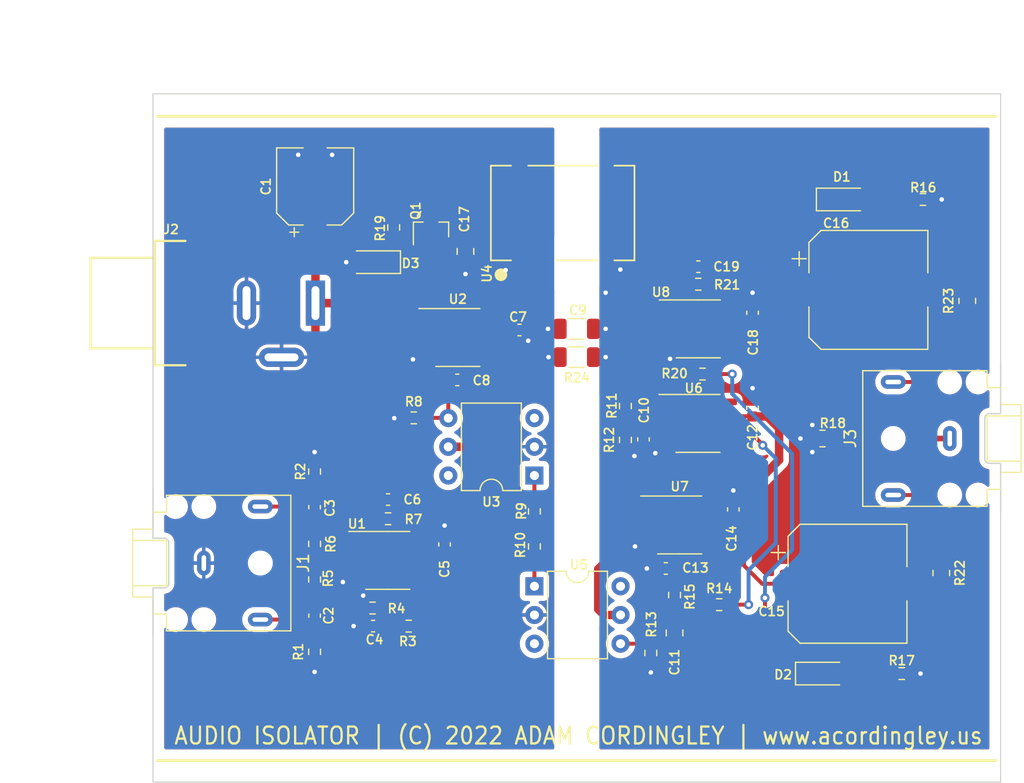
<source format=kicad_pcb>
(kicad_pcb (version 20211014) (generator pcbnew)
  (layers (0 "F.Cu" signal) (31 "B.Cu" signal) (34 "B.Paste" user) (35 "F.Paste" user) (36 "B.SilkS" user "B.Silkscreen") (37 "F.SilkS" user "F.Silkscreen") (38 "B.Mask" user) (39 "F.Mask" user) (44 "Edge.Cuts" user))
  (net 0 "")
  (net 1 "+12V")
  (net 2 "GND")
  (net 3 "Net-(C2-Pad1)")
  (net 4 "Net-(C2-Pad2)")
  (net 5 "Net-(C3-Pad1)")
  (net 6 "Net-(C3-Pad2)")
  (net 7 "Net-(C4-Pad2)")
  (net 8 "Net-(C6-Pad1)")
  (net 9 "Net-(C6-Pad2)")
  (net 10 "Net-(C8-Pad1)")
  (net 11 "Net-(C8-Pad2)")
  (net 12 "GNDA")
  (net 13 "Net-(C10-Pad2)")
  (net 14 "Net-(C11-Pad1)")
  (net 15 "Net-(C11-Pad2)")
  (net 16 "+12VA")
  (net 17 "Net-(C13-Pad2)")
  (net 18 "Net-(C15-Pad1)")
  (net 19 "Net-(C15-Pad2)")
  (net 20 "Net-(C16-Pad1)")
  (net 21 "Net-(C16-Pad2)")
  (net 22 "Net-(J3-PadS)")
  (net 23 "Net-(R9-Pad2)")
  (net 24 "Net-(R10-Pad2)")
  (net 42 "Net-(D3-Pad1)")
  (net 43 "Net-(C19-Pad2)")
  (net 44 "Net-(J3-PadR)")
  (net 45 "Net-(J3-PadT)")
  (net 46 "Net-(R14-Pad2)")
  (net 50 "Net-(C17-Pad2)")
  (footprint "Diode_SMD:D_SOD-123" (layer "F.Cu") (at 119.65 64.9 180)
    (fp_text reference "D3")
    (fp_text value "12V")
  )
  (footprint "Capacitor_SMD:C_0603_1608Metric" (layer "F.Cu") (at 153.05 69.375 90)
    (fp_text reference "C18")
    (fp_text value "0.1uF")
  )
  (footprint "Capacitor_SMD:C_1206_3216Metric" (layer "F.Cu") (at 137.5 70.8)
    (fp_text reference "C9")
    (fp_text value "270pF")
  )
  (footprint "Resistor_SMD:R_0603_1608Metric" (layer "F.Cu") (at 168.125 59.35 180)
    (fp_text reference "R16")
    (fp_text value "1k")
  )
  (footprint "Package_SO:SOIC-8_3.9x4.9mm_P1.27mm" (layer "F.Cu") (at 146.6 88.15)
    (fp_text reference "U7")
    (fp_text value "OPA140")
  )
  (footprint "Resistor_SMD:R_0603_1608Metric" (layer "F.Cu") (at 123.075 78.675)
    (fp_text reference "R8")
    (fp_text value "10k")
  )
  (footprint "Resistor_SMD:R_0603_1608Metric" (layer "F.Cu") (at 114.3 99.375 90)
    (fp_text reference "R1")
    (fp_text value "1M")
  )
  (footprint "Resistor_SMD:R_0603_1608Metric" (layer "F.Cu") (at 120.8 87.6)
    (fp_text reference "R7")
    (fp_text value "47k")
  )
  (footprint "Repowered_Connectors:Jack_3.5mm_CUI_SJ1-3523N_Horizontal" (layer "F.Cu") (at 104.5 91.521666 -90)
    (fp_text reference "J1")
    (fp_text value "SJ1-3523N")
    (fp_line (start -2.2 4.5) (end -6.5 4.5) (layer "Edge.Cuts") (width 0.12))
    (fp_line (start 2.2 3.5) (end 2.2 4.5) (layer "Edge.Cuts") (width 0.12))
    (fp_line (start 1.8 3.1) (end -1.8 3.1) (layer "Edge.Cuts") (width 0.12))
    (fp_line (start -2.2 3.5) (end -2.2 4.5) (layer "Edge.Cuts") (width 0.12))
    (fp_line (start 2.2 4.5) (end 6.5 4.5) (layer "Edge.Cuts") (width 0.12))
    (fp_arc (start 1.8 3.1) (mid 2.082843 3.217157) (end 2.2 3.5) (layer "Edge.Cuts") (width 0.12))
    (fp_arc (start -2.2 3.5) (mid -2.082842 3.217158) (end -1.8 3.1) (layer "Edge.Cuts") (width 0.12))
  )
  (footprint "Repowered_Connectors:Jack_3.5mm_CUI_SJ1-3523N_Horizontal" (layer "F.Cu") (at 170.5 80.5 90)
    (fp_text reference "J3")
    (fp_text value "SJ1-3523N")
    (fp_line (start 2.2 4.5) (end 6.5 4.5) (layer "Edge.Cuts") (width 0.12))
    (fp_line (start -2.2 3.5) (end -2.2 4.5) (layer "Edge.Cuts") (width 0.12))
    (fp_line (start 1.8 3.1) (end -1.8 3.1) (layer "Edge.Cuts") (width 0.12))
    (fp_line (start -2.2 4.5) (end -6.5 4.5) (layer "Edge.Cuts") (width 0.12))
    (fp_line (start 2.2 3.5) (end 2.2 4.5) (layer "Edge.Cuts") (width 0.12))
    (fp_arc (start 1.8 3.1) (mid 2.082843 3.217157) (end 2.2 3.5) (layer "Edge.Cuts") (width 0.12))
    (fp_arc (start -2.2 3.5) (mid -2.082842 3.217158) (end -1.8 3.1) (layer "Edge.Cuts") (width 0.12))
  )
  (footprint "Resistor_SMD:R_0603_1608Metric" (layer "F.Cu") (at 141.8 77.625 90)
    (fp_text reference "R11")
    (fp_text value "10k")
  )
  (footprint "Capacitor_SMD:C_0603_1608Metric" (layer "F.Cu") (at 125.8 89.875 90)
    (fp_text reference "C5")
    (fp_text value "0.1uF")
  )
  (footprint "Resistor_SMD:R_0603_1608Metric" (layer "F.Cu") (at 148.25 66.85 180)
    (fp_text reference "R21")
    (fp_text value "100k")
  )
  (footprint "Capacitor_SMD:C_0603_1608Metric" (layer "F.Cu") (at 114.3 96.175 90)
    (fp_text reference "C2")
    (fp_text value "0.1uF")
  )
  (footprint "Resistor_SMD:R_0603_1608Metric" (layer "F.Cu") (at 141.8 80.625 90)
    (fp_text reference "R12")
    (fp_text value "10k")
  )
  (footprint "Package_SO:SOIC-8_3.9x4.9mm_P1.27mm" (layer "F.Cu") (at 126.975 71.565)
    (fp_text reference "U2")
    (fp_text value "OPA140")
  )
  (footprint "Capacitor_SMD:C_0603_1608Metric" (layer "F.Cu") (at 126.925 75.315)
    (fp_text reference "C8")
    (fp_text value "1000pF")
  )
  (footprint "Diode_SMD:D_SOD-123" (layer "F.Cu") (at 160.95 59.35)
    (fp_text reference "D1")
    (fp_text value "1N4148W")
  )
  (footprint "Resistor_SMD:R_1206_3216Metric" (layer "F.Cu") (at 137.5 73.3 180)
    (fp_text reference "R24")
    (fp_text value "1M")
  )
  (footprint "Repowered_TO-SOT-SMD:SOT-23" (layer "F.Cu") (at 124.6 62 90)
    (fp_text reference "Q1")
    (fp_text value "MMBT3904")
  )
  (footprint "Resistor_SMD:R_0805_2012Metric" (layer "F.Cu") (at 172.05 68.325 90)
    (fp_text reference "R23")
    (fp_text value "60.4")
  )
  (footprint "Diode_SMD:D_SOD-123" (layer "F.Cu") (at 159.1 101.3)
    (fp_text reference "D2")
    (fp_text value "1N4148W")
  )
  (footprint "Resistor_SMD:R_0603_1608Metric" (layer "F.Cu") (at 144.05 99.475 90)
    (fp_text reference "R13")
    (fp_text value "10k")
  )
  (footprint "Resistor_SMD:R_0603_1608Metric" (layer "F.Cu") (at 114.3 92.975 90)
    (fp_text reference "R5")
    (fp_text value "100k")
  )
  (footprint "Resistor_SMD:R_0603_1608Metric" (layer "F.Cu") (at 133.75 86.95 90)
    (fp_text reference "R9")
    (fp_text value "1k")
  )
  (footprint "Resistor_SMD:R_0805_2012Metric" (layer "F.Cu") (at 169.75 92.4 -90)
    (fp_text reference "R22")
    (fp_text value "60.4")
  )
  (footprint "Resistor_SMD:R_0603_1608Metric" (layer "F.Cu") (at 150.1 95.2)
    (fp_text reference "R14")
    (fp_text value "22k")
  )
  (footprint "Capacitor_SMD:CP_Elec_10x10" (layer "F.Cu") (at 163.3 67.35)
    (fp_text reference "C16")
    (fp_text value "220uF")
  )
  (footprint "Resistor_SMD:R_0603_1608Metric" (layer "F.Cu") (at 114.3 89.825 -90)
    (fp_text reference "R6")
    (fp_text value "100k")
  )
  (footprint "Capacitor_SMD:C_0603_1608Metric" (layer "F.Cu") (at 145.375 92)
    (fp_text reference "C13")
    (fp_text value "82pF")
  )
  (footprint "Capacitor_SMD:C_0603_1608Metric" (layer "F.Cu") (at 148.25 65.3 180)
    (fp_text reference "C19")
    (fp_text value "82pF")
  )
  (footprint "Resistor_SMD:R_0603_1608Metric" (layer "F.Cu") (at 114.3 83.425 -90)
    (fp_text reference "R2")
    (fp_text value "1M")
  )
  (footprint "Capacitor_SMD:C_0603_1608Metric" (layer "F.Cu") (at 120.8 85.9)
    (fp_text reference "C6")
    (fp_text value "180pF")
  )
  (footprint "Capacitor_SMD:C_0603_1608Metric" (layer "F.Cu") (at 132.425 70.9)
    (fp_text reference "C7")
    (fp_text value "0.1uF")
  )
  (footprint "Capacitor_SMD:C_0805_2012Metric" (layer "F.Cu") (at 146.15 97.7 90)
    (fp_text reference "C11")
    (fp_text value "1uF")
  )
  (footprint "Resistor_SMD:R_0603_1608Metric" (layer "F.Cu") (at 122.625 97.1 180)
    (fp_text reference "R3")
    (fp_text value "10k")
  )
  (footprint "Resistor_SMD:R_0603_1608Metric" (layer "F.Cu") (at 148.625 74.8)
    (fp_text reference "R20")
    (fp_text value "100k")
  )
  (footprint "Capacitor_SMD:CP_Elec_6.3x9.9" (layer "F.Cu") (at 114.35 58.2 90)
    (fp_text reference "C1")
    (fp_text value "100uF")
  )
  (footprint "Resistor_SMD:R_0603_1608Metric" (layer "F.Cu") (at 146.15 94.35 -90)
    (fp_text reference "R15")
    (fp_text value "100k")
  )
  (footprint "Repowered_DC-DC_Modules:XP_Power_ISE" (layer "F.Cu") (at 136.25 60.55 90)
    (fp_text reference "U4")
    (fp_text value "IES0112S12")
  )
  (footprint "Resistor_SMD:R_0603_1608Metric" (layer "F.Cu") (at 133.75 90.05 -90)
    (fp_text reference "R10")
    (fp_text value "1k")
  )
  (footprint "Capacitor_SMD:C_0603_1608Metric" (layer "F.Cu") (at 151.35 86.775 90)
    (fp_text reference "C14")
    (fp_text value "0.1uF")
  )
  (footprint "Repowered_Connectors:BarrelJack_CUI_PJ-066A" (layer "F.Cu") (at 100.175 68.518333 90)
    (fp_text reference "J2")
    (fp_text value "Barrel_Jack_Switch")
  )
  (footprint "Capacitor_SMD:C_0805_2012Metric" (layer "F.Cu") (at 127.65 63.95 90)
    (fp_text reference "C17")
    (fp_text value "1uF")
  )
  (footprint "Capacitor_SMD:C_0603_1608Metric" (layer "F.Cu") (at 153.05 77.775 90)
    (fp_text reference "C12")
    (fp_text value "0.1uF")
  )
  (footprint "Resistor_SMD:R_0603_1608Metric" (layer "F.Cu") (at 166.25 101.3)
    (fp_text reference "R17")
    (fp_text value "1k")
  )
  (footprint "Package_SO:SOIC-8_3.9x4.9mm_P1.27mm" (layer "F.Cu") (at 120.775 91.285)
    (fp_text reference "U1")
    (fp_text value "OPA140")
  )
  (footprint "Capacitor_SMD:CP_Elec_10x10" (layer "F.Cu") (at 161.45 93.35)
    (fp_text reference "C15")
    (fp_text value "220uF")
  )
  (footprint "Package_SO:SOIC-8_3.9x4.9mm_P1.27mm" (layer "F.Cu") (at 148.25 70.8)
    (fp_text reference "U8")
    (fp_text value "OPA140")
  )
  (footprint "Resistor_SMD:R_0603_1608Metric" (layer "F.Cu") (at 119.425 95.5 180)
    (fp_text reference "R4")
    (fp_text value "10k")
  )
  (footprint "Resistor_SMD:R_0603_1608Metric" (layer "F.Cu") (at 121.3 61.825 -90)
    (fp_text reference "R19")
    (fp_text value "10k")
  )
  (footprint "Package_SO:SOIC-8_3.9x4.9mm_P1.27mm" (layer "F.Cu") (at 148.225 79.165)
    (fp_text reference "U6")
    (fp_text value "OPA140")
  )
  (footprint "Capacitor_SMD:C_0603_1608Metric" (layer "F.Cu") (at 143.4 80.575 90)
    (fp_text reference "C10")
    (fp_text value "0.1uF")
  )
  (footprint "Resistor_SMD:R_0805_2012Metric" (layer "F.Cu") (at 159.2375 80.5)
    (fp_text reference "R18")
    (fp_text value "0.0")
  )
  (footprint "Package_DIP:DIP-6_W7.62mm" (layer "F.Cu") (at 133.75 83.775 180)
    (fp_text reference "U3")
    (fp_text value "4N35")
  )
  (footprint "Capacitor_SMD:C_0603_1608Metric" (layer "F.Cu") (at 114.3 86.575 -90)
    (fp_text reference "C3")
    (fp_text value "0.1uF")
  )
  (footprint "Package_DIP:DIP-6_W7.62mm" (layer "F.Cu") (at 133.75 93.575)
    (fp_text reference "U5")
    (fp_text value "4N35")
  )
  (footprint "Capacitor_SMD:C_0603_1608Metric" (layer "F.Cu") (at 119.475 97.1)
    (fp_text reference "C4")
    (fp_text value "0.1uF")
  )
  (gr_line (start 100.4 52) (end 174.6 52) (layer "F.SilkS") (width 0.25))
  (gr_line (start 100.4 109) (end 174.6 109) (layer "F.SilkS") (width 0.25))
  (gr_line (start 175 74) (end 175 50) (layer "Edge.Cuts") (width 0.1))
  (gr_line (start 100 50) (end 100 85.021666) (layer "Edge.Cuts") (width 0.1))
  (gr_line (start 175 50) (end 100 50) (layer "Edge.Cuts") (width 0.1))
  (gr_line (start 175 110.9) (end 175 87) (layer "Edge.Cuts") (width 0.1))
  (gr_line (start 100 110.9) (end 175 110.9) (layer "Edge.Cuts") (width 0.1))
  (gr_line (start 100 98.021666) (end 100 110.9) (layer "Edge.Cuts") (width 0.1))
  (gr_text "AUDIO ISOLATOR | (C) 2022 ADAM CORDINGLEY | www.acordingley.us" (at 137.65 106.8) (layer "F.SilkS") (effects (font (size 1.5 1.35) (thickness 0.2))))
  (segment (start 123.45 97.1) (end 123.45 96.4) (width 0.75) (layer "F.Cu") (net 1))
  (segment (start 121.3 61) (end 124.6 61) (width 0.75) (layer "F.Cu") (net 1))
  (segment (start 122.2 67.65) (end 121.331667 68.518333) (width 0.75) (layer "F.Cu") (net 1))
  (segment (start 121 103.05) (end 123.45 100.6) (width 0.75) (layer "F.Cu") (net 1))
  (segment (start 110.9 103.05) (end 121 103.05) (width 0.75) (layer "F.Cu") (net 1))
  (segment (start 115.1 72.15) (end 115.1 74.75) (width 0.75) (layer "F.Cu") (net 1))
  (segment (start 114.375 68.518333) (end 114.375 61.025) (width 0.75) (layer "F.Cu") (net 1))
  (segment (start 128.25 90) (end 127.6 90.65) (width 0.75) (layer "F.Cu") (net 1))
  (segment (start 123.25 90.65) (end 125.8 90.65) (width 0.5) (layer "F.Cu") (net 1))
  (segment (start 123.45 96.4) (end 125.8 94.05) (width 0.75) (layer "F.Cu") (net 1))
  (segment (start 114.35 61) (end 121.3 61) (width 0.75) (layer "F.Cu") (net 1))
  (segment (start 114.375 68.518333) (end 114.375 71.425) (width 0.75) (layer "F.Cu") (net 1))
  (segment (start 106.95 82.9) (end 106.95 99.1) (width 0.75) (layer "F.Cu") (net 1))
  (segment (start 126.13 81.235) (end 127.485 81.235) (width 0.75) (layer "F.Cu") (net 1))
  (segment (start 106.95 99.1) (end 110.9 103.05) (width 0.75) (layer "F.Cu") (net 1))
  (segment (start 131.65 68.55) (end 130.75 67.65) (width 0.75) (layer "F.Cu") (net 1))
  (segment (start 123.45 100.6) (end 123.45 97.1) (width 0.75) (layer "F.Cu") (net 1))
  (segment (start 114.375 61.025) (end 114.35 61) (width 0.75) (layer "F.Cu") (net 1))
  (segment (start 114.375 71.425) (end 115.1 72.15) (width 0.75) (layer "F.Cu") (net 1))
  (segment (start 127.485 81.235) (end 128.25 82) (width 0.75) (layer "F.Cu") (net 1))
  (segment (start 115.1 74.75) (end 106.95 82.9) (width 0.75) (layer "F.Cu") (net 1))
  (segment (start 128.25 82) (end 128.25 90) (width 0.75) (layer "F.Cu") (net 1))
  (segment (start 121.331667 68.518333) (end 114.375 68.518333) (width 0.75) (layer "F.Cu") (net 1))
  (segment (start 131.62 70.93) (end 131.65 70.9) (width 0.5) (layer "F.Cu") (net 1))
  (segment (start 127.6 90.65) (end 125.8 90.65) (width 0.75) (layer "F.Cu") (net 1))
  (segment (start 131.65 70.9) (end 131.65 68.55) (width 0.75) (layer "F.Cu") (net 1))
  (segment (start 129.45 70.93) (end 131.62 70.93) (width 0.5) (layer "F.Cu") (net 1))
  (segment (start 125.8 94.05) (end 125.8 90.65) (width 0.75) (layer "F.Cu") (net 1))
  (segment (start 130.75 67.65) (end 122.2 67.65) (width 0.75) (layer "F.Cu") (net 1))
  (segment (start 136.0375 73.3) (end 135 73.3) (width 0.5) (layer "F.Cu") (net 2))
  (segment (start 136.025 70.8) (end 134.95 70.8) (width 0.5) (layer "F.Cu") (net 2))
  (via (at 123 73.5) (size 0.8) (drill 0.4) (layers "F.Cu" "B.Cu") (net 2))
  (via (at 116.8 93.2) (size 0.8) (drill 0.4) (layers "F.Cu" "B.Cu") (net 2))
  (via (at 135 73.3) (size 0.8) (drill 0.4) (layers "F.Cu" "B.Cu") (net 2))
  (via (at 115.85 55.4) (size 0.8) (drill 0.4) (layers "F.Cu" "B.Cu") (net 2))
  (via (at 114.3 81.7) (size 0.8) (drill 0.4) (layers "F.Cu" "B.Cu") (net 2))
  (via (at 134.95 70.8) (size 0.8) (drill 0.4) (layers "F.Cu" "B.Cu") (net 2))
  (via (at 114.3 101.15) (size 0.8) (drill 0.4) (layers "F.Cu" "B.Cu") (net 2))
  (via (at 117.75 97.1) (size 0.8) (drill 0.4) (layers "F.Cu" "B.Cu") (net 2))
  (via (at 131.2 65.6) (size 0.8) (drill 0.4) (layers "F.Cu" "B.Cu") (net 2))
  (via (at 133.2 71.85) (size 0.8) (drill 0.4) (layers "F.Cu" "B.Cu") (net 2))
  (via (at 112.85 55.4) (size 0.8) (drill 0.4) (layers "F.Cu" "B.Cu") (net 2))
  (via (at 125.8 88.2) (size 0.8) (drill 0.4) (layers "F.Cu" "B.Cu") (net 2))
  (via (at 121.35 78.7) (size 0.8) (drill 0.4) (layers "F.Cu" "B.Cu") (net 2))
  (via (at 117.1 64.9) (size 0.8) (drill 0.4) (layers "F.Cu" "B.Cu") (net 2))
  (via (at 118.6 94.4) (size 0.8) (drill 0.4) (layers "F.Cu" "B.Cu") (net 2))
  (via (at 127.65 65.95) (size 0.8) (drill 0.4) (layers "F.Cu" "B.Cu") (net 2))
  (segment (start 114.3 96.95) (end 112.45 96.95) (width 0.35) (layer "F.Cu") (net 3))
  (segment (start 112.45 96.95) (end 112.021666 96.521666) (width 0.35) (layer "F.Cu") (net 3))
  (segment (start 112.021666 96.521666) (end 109.5 96.521666) (width 0.35) (layer "F.Cu") (net 3))
  (segment (start 114.3 96.95) (end 114.3 98.55) (width 0.35) (layer "F.Cu") (net 3))
  (segment (start 114.3 93.8) (end 114.3 95.4) (width 0.35) (layer "F.Cu") (net 4))
  (segment (start 112.078334 86.521666) (end 112.8 85.8) (width 0.35) (layer "F.Cu") (net 5))
  (segment (start 109.5 86.521666) (end 112.078334 86.521666) (width 0.35) (layer "F.Cu") (net 5))
  (segment (start 114.3 85.8) (end 114.3 84.25) (width 0.35) (layer "F.Cu") (net 5))
  (segment (start 112.8 85.8) (end 114.3 85.8) (width 0.35) (layer "F.Cu") (net 5))
  (segment (start 114.3 87.35) (end 114.3 89) (width 0.35) (layer "F.Cu") (net 6))
  (segment (start 119.82 91.92) (end 120.25 92.35) (width 0.35) (layer "F.Cu") (net 7))
  (segment (start 120.25 92.35) (end 120.25 95.5) (width 0.35) (layer "F.Cu") (net 7))
  (segment (start 118.3 91.92) (end 119.82 91.92) (width 0.35) (layer "F.Cu") (net 7))
  (segment (start 120.25 95.5) (end 120.25 97.1) (width 0.35) (layer "F.Cu") (net 7))
  (segment (start 120.25 97.1) (end 121.8 97.1) (width 0.35) (layer "F.Cu") (net 7))
  (segment (start 119.975 90.325) (end 119.975 87.6) (width 0.35) (layer "F.Cu") (net 8))
  (segment (start 119.65 90.65) (end 119.975 90.325) (width 0.35) (layer "F.Cu") (net 8))
  (segment (start 119.975 87.6) (end 119.975 85.95) (width 0.35) (layer "F.Cu") (net 8))
  (segment (start 114.3 90.65) (end 118.3 90.65) (width 0.35) (layer "F.Cu") (net 8))
  (segment (start 118.3 90.65) (end 119.65 90.65) (width 0.35) (layer "F.Cu") (net 8))
  (segment (start 119.975 85.95) (end 120.025 85.9) (width 0.35) (layer "F.Cu") (net 8))
  (segment (start 114.3 92.15) (end 114.3 90.65) (width 0.35) (layer "F.Cu") (net 8))
  (segment (start 122.07 91.92) (end 123.25 91.92) (width 0.35) (layer "F.Cu") (net 9))
  (segment (start 121.2 72.2) (end 124.5 72.2) (width 0.35) (layer "F.Cu") (net 9))
  (segment (start 121.6 87.625) (end 121.6 91.45) (width 0.35) (layer "F.Cu") (net 9))
  (segment (start 119.7 81.8) (end 119.7 73.7) (width 0.35) (layer "F.Cu") (net 9))
  (segment (start 121.625 87.6) (end 121.6 87.625) (width 0.35) (layer "F.Cu") (net 9))
  (segment (start 121.575 83.675) (end 119.7 81.8) (width 0.35) (layer "F.Cu") (net 9))
  (segment (start 121.575 87.55) (end 121.625 87.6) (width 0.35) (layer "F.Cu") (net 9))
  (segment (start 121.575 85.9) (end 121.575 87.55) (width 0.35) (layer "F.Cu") (net 9))
  (segment (start 119.7 73.7) (end 121.2 72.2) (width 0.35) (layer "F.Cu") (net 9))
  (segment (start 121.575 85.9) (end 121.575 83.675) (width 0.35) (layer "F.Cu") (net 9))
  (segment (start 121.6 91.45) (end 122.07 91.92) (width 0.35) (layer "F.Cu") (net 9))
  (segment (start 124.5 70.93) (end 125.83 70.93) (width 0.35) (layer "F.Cu") (net 10))
  (segment (start 126.13 75.335) (end 126.15 75.315) (width 0.35) (layer "F.Cu") (net 10))
  (segment (start 125.83 70.93) (end 126.15 71.25) (width 0.35) (layer "F.Cu") (net 10))
  (segment (start 123.9 78.675) (end 126.11 78.675) (width 0.35) (layer "F.Cu") (net 10))
  (segment (start 126.15 71.25) (end 126.15 75.315) (width 0.35) (layer "F.Cu") (net 10))
  (segment (start 126.11 78.675) (end 126.13 78.695) (width 0.35) (layer "F.Cu") (net 10))
  (segment (start 126.13 78.695) (end 126.13 75.335) (width 0.35) (layer "F.Cu") (net 10))
  (segment (start 127.7 75.315) (end 127.7 77.15) (width 0.35) (layer "F.Cu") (net 11))
  (segment (start 127.7 75.315) (end 127.7 72.45) (width 0.35) (layer "F.Cu") (net 11))
  (segment (start 129.7 79.15) (end 129.7 86.75) (width 0.35) (layer "F.Cu") (net 11))
  (segment (start 127.7 72.45) (end 127.95 72.2) (width 0.35) (layer "F.Cu") (net 11))
  (segment (start 127.95 72.2) (end 129.45 72.2) (width 0.35) (layer "F.Cu") (net 11))
  (segment (start 130.725 87.775) (end 133.75 87.775) (width 0.35) (layer "F.Cu") (net 11))
  (segment (start 127.7 77.15) (end 129.7 79.15) (width 0.35) (layer "F.Cu") (net 11))
  (segment (start 133.75 87.775) (end 133.75 89.225) (width 0.35) (layer "F.Cu") (net 11))
  (segment (start 129.7 86.75) (end 130.725 87.775) (width 0.35) (layer "F.Cu") (net 11))
  (segment (start 138.975 70.8) (end 140.05 70.8) (width 0.5) (layer "F.Cu") (net 12))
  (segment (start 138.9625 73.3) (end 140.05 73.3) (width 0.5) (layer "F.Cu") (net 12))
  (via (at 153.05 67.6) (size 0.8) (drill 0.4) (layers "F.Cu" "B.Cu") (net 12))
  (via (at 167.9125 101.3) (size 0.8) (drill 0.4) (layers "F.Cu" "B.Cu") (net 12))
  (via (at 142.6 82.05) (size 0.8) (drill 0.4) (layers "F.Cu" "B.Cu") (net 12))
  (via (at 169.7875 59.35) (size 0.8) (drill 0.4) (layers "F.Cu" "B.Cu") (net 12))
  (via (at 145.75 73.45) (size 0.8) (drill 0.4) (layers "F.Cu" "B.Cu") (net 12))
  (via (at 158.3375 81.7) (size 0.8) (drill 0.4) (layers "F.Cu" "B.Cu") (net 12))
  (via (at 140.05 70.8) (size 0.8) (drill 0.4) (layers "F.Cu" "B.Cu") (net 12))
  (via (at 140.05 73.3) (size 0.8) (drill 0.4) (layers "F.Cu" "B.Cu") (net 12))
  (via (at 144.05 101.2) (size 0.8) (drill 0.4) (layers "F.Cu" "B.Cu") (net 12))
  (via (at 153.05 76.05) (size 0.8) (drill 0.4) (layers "F.Cu" "B.Cu") (net 12))
  (via (at 151.35 85.1) (size 0.8) (drill 0.4) (layers "F.Cu" "B.Cu") (net 12))
  (via (at 158.3375 79.3) (size 0.8) (drill 0.4) (layers "F.Cu" "B.Cu") (net 12))
  (via (at 143.7 92) (size 0.8) (drill 0.4) (layers "F.Cu" "B.Cu") (net 12))
  (via (at 141.35 65.55) (size 0.8) (drill 0.4) (layers "F.Cu" "B.Cu") (net 12))
  (via (at 157.2875 80.5) (size 0.8) (drill 0.4) (layers "F.Cu" "B.Cu") (net 12))
  (via (at 142.65 90.05) (size 0.8) (drill 0.4) (layers "F.Cu" "B.Cu") (net 12))
  (via (at 144.45 81.8) (size 0.8) (drill 0.4) (layers "F.Cu" "B.Cu") (net 12))
  (via (at 140.05 67.6) (size 0.8) (drill 0.4) (layers "F.Cu" "B.Cu") (net 12))
  (segment (start 141.8 78.45) (end 141.8 79.8) (width 0.35) (layer "F.Cu") (net 13))
  (segment (start 143.4 79.8) (end 145.75 79.8) (width 0.35) (layer "F.Cu") (net 13))
  (segment (start 141.8 79.8) (end 143.4 79.8) (width 0.35) (layer "F.Cu") (net 13))
  (segment (start 146.145 98.655) (end 146.15 98.65) (width 0.35) (layer "F.Cu") (net 14))
  (segment (start 141.37 98.655) (end 146.145 98.655) (width 0.35) (layer "F.Cu") (net 14))
  (segment (start 154.15 96.05) (end 154.15 94.6) (width 0.35) (layer "F.Cu") (net 15))
  (segment (start 146.15 95.175) (end 149.25 95.175) (width 0.35) (layer "F.Cu") (net 15))
  (segment (start 149.275 96.375) (end 149.85 96.95) (width 0.35) (layer "F.Cu") (net 15))
  (segment (start 146.15 96.75) (end 146.15 95.175) (width 0.35) (layer "F.Cu") (net 15))
  (segment (start 149.275 95.2) (end 149.275 96.375) (width 0.35) (layer "F.Cu") (net 15))
  (segment (start 149.85 96.95) (end 153.25 96.95) (width 0.35) (layer "F.Cu") (net 15))
  (segment (start 153.25 96.95) (end 154.15 96.05) (width 0.35) (layer "F.Cu") (net 15))
  (segment (start 151.25 74.8) (end 149.45 74.8) (width 0.35) (layer "F.Cu") (net 15))
  (segment (start 149.25 95.175) (end 149.275 95.2) (width 0.35) (layer "F.Cu") (net 15))
  (via (at 151.25 74.8) (size 0.8) (drill 0.4) (layers "F.Cu" "B.Cu") (net 15))
  (via (at 154.15 94.6) (size 0.8) (drill 0.4) (layers "F.Cu" "B.Cu") (net 15))
  (segment (start 151.25 76.55) (end 151.25 74.8) (width 0.35) (layer "B.Cu") (net 15))
  (segment (start 155.05 91.85) (end 156.55 90.35) (width 0.35) (layer "B.Cu") (net 15))
  (segment (start 156.55 90.35) (end 156.55 88.45) (width 0.35) (layer "B.Cu") (net 15))
  (segment (start 156.55 88.45) (end 156.55 81.85) (width 0.35) (layer "B.Cu") (net 15))
  (segment (start 155.5 80.8) (end 151.25 76.55) (width 0.35) (layer "B.Cu") (net 15))
  (segment (start 154.15 94.6) (end 154.15 92.75) (width 0.35) (layer "B.Cu") (net 15))
  (segment (start 154.15 92.75) (end 155.05 91.85) (width 0.35) (layer "B.Cu") (net 15))
  (segment (start 156.55 81.85) (end 155.5 80.8) (width 0.35) (layer "B.Cu") (net 15))
  (segment (start 151.315 87.515) (end 151.35 87.55) (width 0.35) (layer "F.Cu") (net 16))
  (segment (start 155.4 79.6) (end 154.35 78.55) (width 0.75) (layer "F.Cu") (net 16))
  (segment (start 140.06 55.55) (end 140.06 58.41) (width 0.75) (layer "F.Cu") (net 16))
  (segment (start 153.15 84.65) (end 155.4 82.4) (width 0.75) (layer "F.Cu") (net 16))
  (segment (start 140.85 76.8) (end 140.15 77.5) (width 0.75) (layer "F.Cu") (net 16))
  (segment (start 143.1 70.1) (end 141.8 71.4) (width 0.75) (layer "F.Cu") (net 16))
  (segment (start 153.15 86.8) (end 152.4 87.55) (width 0.75) (layer "F.Cu") (net 16))
  (segment (start 140.15 77.5) (end 140.15 82.95) (width 0.75) (layer "F.Cu") (net 16))
  (segment (start 140.15 82.95) (end 140.9 83.7) (width 0.75) (layer "F.Cu") (net 16))
  (segment (start 139.915 96.115) (end 139.4 95.6) (width 0.75) (layer "F.Cu") (net 16))
  (segment (start 139.4 92.05) (end 140.9 90.55) (width 0.75) (layer "F.Cu") (net 16))
  (segment (start 153.15 84.65) (end 153.15 86.8) (width 0.75) (layer "F.Cu") (net 16))
  (segment (start 141.37 96.115) (end 139.915 96.115) (width 0.75) (layer "F.Cu") (net 16))
  (segment (start 152.4 87.55) (end 151.35 87.55) (width 0.75) (layer "F.Cu") (net 16))
  (segment (start 150.725 70.165) (end 153.035 70.165) (width 0.5) (layer "F.Cu") (net 16))
  (segment (start 153.035 70.165) (end 153.05 70.15) (width 0.5) (layer "F.Cu") (net 16))
  (segment (start 143.1 61.45) (end 143.1 70.1) (width 0.75) (layer "F.Cu") (net 16))
  (segment (start 155.5 71.2) (end 155.5 77.4) (width 0.75) (layer "F.Cu") (net 16))
  (segment (start 140.06 58.41) (end 143.1 61.45) (width 0.75) (layer "F.Cu") (net 16))
  (segment (start 139.4 95.6) (end 139.4 92.05) (width 0.75) (layer "F.Cu") (net 16))
  (segment (start 155.4 82.4) (end 155.4 79.6) (width 0.75) (layer "F.Cu") (net 16))
  (segment (start 150.7 78.53) (end 153.03 78.53) (width 0.35) (layer "F.Cu") (net 16))
  (segment (start 140.9 90.55) (end 140.9 83.7) (width 0.75) (layer "F.Cu") (net 16))
  (segment (start 153.03 78.53) (end 153.05 78.55) (width 0.35) (layer "F.Cu") (net 16))
  (segment (start 153.05 70.15) (end 154.45 70.15) (width 0.75) (layer "F.Cu") (net 16))
  (segment (start 154.35 78.55) (end 153.05 78.55) (width 0.75) (layer "F.Cu") (net 16))
  (segment (start 141.8 71.4) (end 141.8 76.8) (width 0.75) (layer "F.Cu") (net 16))
  (segment (start 154.45 70.15) (end 155.5 71.2) (width 0.75) (layer "F.Cu") (net 16))
  (segment (start 149.075 87.515) (end 151.315 87.515) (width 0.35) (layer "F.Cu") (net 16))
  (segment (start 140.9 83.7) (end 152.2 83.7) (width 0.75) (layer "F.Cu") (net 16))
  (segment (start 152.2 83.7) (end 153.15 84.65) (width 0.75) (layer "F.Cu") (net 16))
  (segment (start 155.5 77.4) (end 154.35 78.55) (width 0.75) (layer "F.Cu") (net 16))
  (segment (start 141.8 76.8) (end 140.85 76.8) (width 0.75) (layer "F.Cu") (net 16))
  (segment (start 146.15 93.525) (end 146.15 92) (width 0.35) (layer "F.Cu") (net 17))
  (segment (start 146.15 89.35) (end 146.15 92) (width 0.35) (layer "F.Cu") (net 17))
  (segment (start 144.125 88.785) (end 145.585 88.785) (width 0.35) (layer "F.Cu") (net 17))
  (segment (start 145.585 88.785) (end 146.15 89.35) (width 0.35) (layer "F.Cu") (net 17))
  (segment (start 153.9 93.35) (end 157.45 93.35) (width 0.35) (layer "F.Cu") (net 18))
  (segment (start 152.3 90.3) (end 152.3 91.75) (width 0.35) (layer "F.Cu") (net 18))
  (segment (start 147.435 88.785) (end 146.165 87.515) (width 0.35) (layer "F.Cu") (net 18))
  (segment (start 149.075 88.785) (end 147.435 88.785) (width 0.35) (layer "F.Cu") (net 18))
  (segment (start 152.3 91.75) (end 153.9 93.35) (width 0.35) (layer "F.Cu") (net 18))
  (segment (start 157.45 93.35) (end 157.45 101.3) (width 0.35) (layer "F.Cu") (net 18))
  (segment (start 146.165 87.515) (end 144.125 87.515) (width 0.35) (layer "F.Cu") (net 18))
  (segment (start 149.075 88.785) (end 150.785 88.785) (width 0.35) (layer "F.Cu") (net 18))
  (segment (start 150.785 88.785) (end 152.3 90.3) (width 0.35) (layer "F.Cu") (net 18))
  (segment (start 169.7125 93.35) (end 169.75 93.3125) (width 0.35) (layer "F.Cu") (net 19))
  (segment (start 165.45 101.275) (end 165.45 93.35) (width 0.35) (layer "F.Cu") (net 19))
  (segment (start 165.425 101.3) (end 165.45 101.275) (width 0.35) (layer "F.Cu") (net 19))
  (segment (start 165.45 93.35) (end 169.7125 93.35) (width 0.35) (layer "F.Cu") (net 19))
  (segment (start 160.75 101.3) (end 165.425 101.3) (width 0.35) (layer "F.Cu") (net 19))
  (segment (start 165.45 93.35) (end 165.5 93.3) (width 0.35) (layer "F.Cu") (net 19))
  (segment (start 152.1 66.2) (end 154.45 66.2) (width 0.35) (layer "F.Cu") (net 20))
  (segment (start 149.075 65.35) (end 149.025 65.3) (width 0.35) (layer "F.Cu") (net 20))
  (segment (start 155.6 67.35) (end 159.3 67.35) (width 0.35) (layer "F.Cu") (net 20))
  (segment (start 149.485 71.435) (end 150.725 71.435) (width 0.35) (layer "F.Cu") (net 20))
  (segment (start 149.075 66.85) (end 149.075 65.35) (width 0.35) (layer "F.Cu") (net 20))
  (segment (start 149.075 71.025) (end 149.485 71.435) (width 0.35) (layer "F.Cu") (net 20))
  (segment (start 159.3 67.35) (end 159.3 59.35) (width 0.35) (layer "F.Cu") (net 20))
  (segment (start 149.075 66.85) (end 151.45 66.85) (width 0.35) (layer "F.Cu") (net 20))
  (segment (start 151.45 66.85) (end 152.1 66.2) (width 0.35) (layer "F.Cu") (net 20))
  (segment (start 154.45 66.2) (end 155.6 67.35) (width 0.35) (layer "F.Cu") (net 20))
  (segment (start 149.075 66.85) (end 149.075 71.025) (width 0.35) (layer "F.Cu") (net 20))
  (segment (start 167.3 59.35) (end 162.6 59.35) (width 0.35) (layer "F.Cu") (net 21))
  (segment (start 167.3625 67.4125) (end 167.3 67.35) (width 0.35) (layer "F.Cu") (net 21))
  (segment (start 167.3 67.35) (end 167.3 59.35) (width 0.35) (layer "F.Cu") (net 21))
  (segment (start 172.05 67.4125) (end 167.3625 67.4125) (width 0.35) (layer "F.Cu") (net 21))
  (segment (start 166.75 78.6) (end 168.65 80.5) (width 0.5) (layer "F.Cu") (net 22))
  (segment (start 168.65 80.5) (end 170.5 80.5) (width 0.5) (layer "F.Cu") (net 22))
  (segment (start 162.2 80.5) (end 164.1 78.6) (width 0.5) (layer "F.Cu") (net 22))
  (segment (start 164.1 78.6) (end 166.75 78.6) (width 0.5) (layer "F.Cu") (net 22))
  (segment (start 160.15 80.5) (end 162.2 80.5) (width 0.5) (layer "F.Cu") (net 22))
  (segment (start 133.75 86.125) (end 133.75 83.775) (width 0.35) (layer "F.Cu") (net 23))
  (segment (start 133.75 90.875) (end 133.75 93.575) (width 0.35) (layer "F.Cu") (net 24))
  (segment (start 122.45 62.65) (end 121.3 62.65) (width 0.35) (layer "F.Cu") (net 42))
  (segment (start 123.65 63) (end 122.8 63) (width 0.35) (layer "F.Cu") (net 42))
  (segment (start 122.8 63) (end 122.45 62.65) (width 0.35) (layer "F.Cu") (net 42))
  (segment (start 121.3 62.65) (end 121.3 64.9) (width 0.35) (layer "F.Cu") (net 42))
  (segment (start 147.8 74.8) (end 147.8 70.85) (width 0.35) (layer "F.Cu") (net 43))
  (segment (start 147.425 69.855) (end 147.115 70.165) (width 0.35) (layer "F.Cu") (net 43))
  (segment (start 147.475 66.8) (end 147.425 66.85) (width 0.35) (layer "F.Cu") (net 43))
  (segment (start 147.8 70.85) (end 147.115 70.165) (width 0.35) (layer "F.Cu") (net 43))
  (segment (start 147.115 70.165) (end 145.775 70.165) (width 0.35) (layer "F.Cu") (net 43))
  (segment (start 147.425 66.85) (end 147.425 69.855) (width 0.35) (layer "F.Cu") (net 43))
  (segment (start 147.475 65.3) (end 147.475 66.8) (width 0.35) (layer "F.Cu") (net 43))
  (segment (start 169.75 87.75) (end 167.5 85.5) (width 0.35) (layer "F.Cu") (net 44))
  (segment (start 169.75 91.4875) (end 169.75 87.75) (width 0.35) (layer "F.Cu") (net 44))
  (segment (start 167.5 85.5) (end 165.5 85.5) (width 0.35) (layer "F.Cu") (net 44))
  (segment (start 167.7 75.5) (end 165.5 75.5) (width 0.35) (layer "F.Cu") (net 45))
  (segment (start 172.05 69.2375) (end 172.05 71.15) (width 0.35) (layer "F.Cu") (net 45))
  (segment (start 172.05 71.15) (end 167.7 75.5) (width 0.35) (layer "F.Cu") (net 45))
  (segment (start 144.33 78.53) (end 143.6 77.8) (width 0.35) (layer "F.Cu") (net 46))
  (segment (start 144.165 71.435) (end 145.775 71.435) (width 0.35) (layer "F.Cu") (net 46))
  (segment (start 149 79.8) (end 147.73 78.53) (width 0.35) (layer "F.Cu") (net 46))
  (segment (start 147.73 78.53) (end 145.75 78.53) (width 0.35) (layer "F.Cu") (net 46))
  (segment (start 152.7 79.8) (end 150.7 79.8) (width 0.35) (layer "F.Cu") (net 46))
  (segment (start 153.95 81.1) (end 153.95 81.05) (width 0.35) (layer "F.Cu") (net 46))
  (segment (start 143.6 77.8) (end 143.6 72) (width 0.35) (layer "F.Cu") (net 46))
  (segment (start 145.75 78.53) (end 144.33 78.53) (width 0.35) (layer "F.Cu") (net 46))
  (segment (start 143.6 72) (end 144.165 71.435) (width 0.35) (layer "F.Cu") (net 46))
  (segment (start 152.7 95.2) (end 150.925 95.2) (width 0.35) (layer "F.Cu") (net 46))
  (segment (start 150.7 79.8) (end 149 79.8) (width 0.35) (layer "F.Cu") (net 46))
  (segment (start 153.95 81.05) (end 152.7 79.8) (width 0.35) (layer "F.Cu") (net 46))
  (via (at 152.7 95.2) (size 0.8) (drill 0.4) (layers "F.Cu" "B.Cu") (net 46))
  (via (at 153.95 81.1) (size 0.8) (drill 0.4) (layers "F.Cu" "B.Cu") (net 46))
  (segment (start 155.1 82.25) (end 155.1 89.75) (width 0.35) (layer "B.Cu") (net 46))
  (segment (start 155.1 89.75) (end 152.7 92.15) (width 0.35) (layer "B.Cu") (net 46))
  (segment (start 153.95 81.1) (end 155.1 82.25) (width 0.35) (layer "B.Cu") (net 46))
  (segment (start 152.7 92.15) (end 152.7 95.2) (width 0.35) (layer "B.Cu") (net 46))
  (segment (start 125.55 63) (end 127.65 63) (width 0.75) (layer "F.Cu") (net 50))
  (segment (start 134.4 63) (end 134.98 63.58) (width 0.75) (layer "F.Cu") (net 50))
  (segment (start 134.98 63.58) (end 134.98 65.55) (width 0.75) (layer "F.Cu") (net 50))
  (segment (start 127.65 63) (end 134.4 63) (width 0.75) (layer "F.Cu") (net 50))
  (zone (net 12) (net_name "GNDA") (layers F&B.Cu) (connect_pads thru_hole_only (clearance 0.5)) (min_thickness 0.25) (fill yes (thermal_gap 0.3) (thermal_bridge_width 0.3))
    (polygon (pts (xy 174 108) (xy 139.5 108) (xy 139.5 53) (xy 174 53)))
  )
  (zone (net 2) (net_name "GND") (layers F&B.Cu) (connect_pads thru_hole_only (clearance 0.5)) (min_thickness 0.25) (fill yes (thermal_gap 0.3) (thermal_bridge_width 0.3))
    (polygon (pts (xy 135.5 108) (xy 101 108) (xy 101 53) (xy 135.5 53)))
  )
)
</source>
